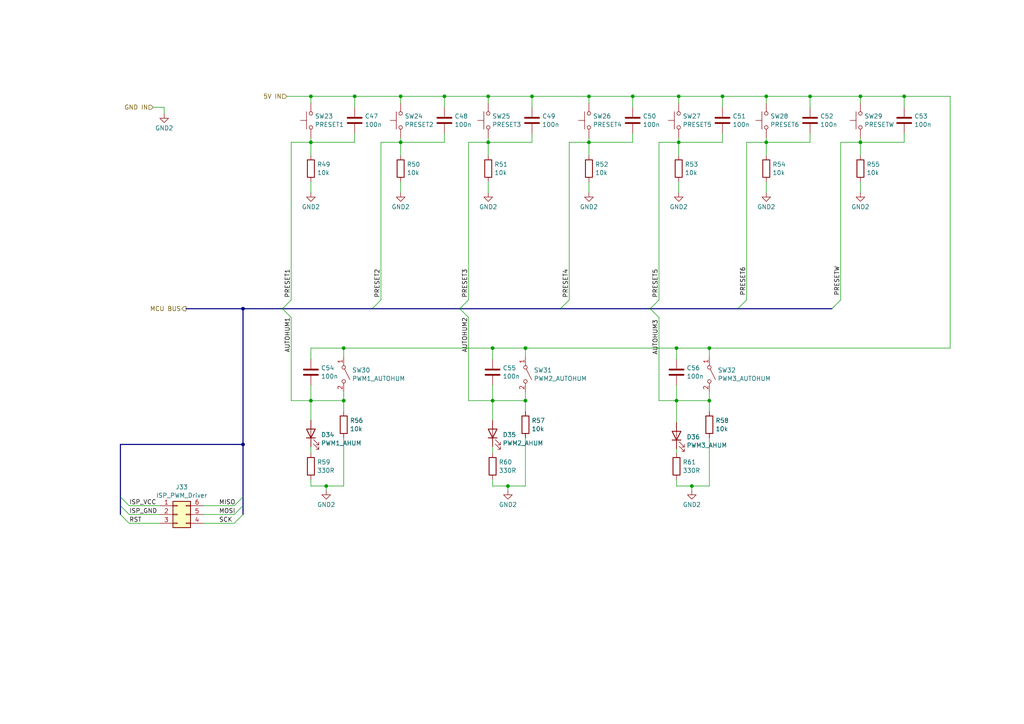
<source format=kicad_sch>
(kicad_sch (version 20230121) (generator eeschema)
  (paper "A4")
  (title_block (title "Astrobox") (date "2024-04-13") (rev "2"))
  (lib_symbols
    (symbol "Connector_Generic:Conn_02x03_Counter_Clockwise" (pin_names (offset 1.016) hide)
      (property "Reference" "J" (at 1.27 5.08 0))
      (property "Value" "Conn_02x03_Counter_Clockwise" (at 1.27 -5.08 0))
      (symbol "Conn_02x03_Counter_Clockwise_1_1"
        (rectangle (start -1.27 -2.413) (end 0 -2.667) (stroke (width 0.1524)))
        (rectangle (start -1.27 0.127) (end 0 -0.127) (stroke (width 0.1524)))
        (rectangle (start -1.27 2.667) (end 0 2.413) (stroke (width 0.1524)))
        (rectangle (start -1.27 3.81) (end 3.81 -3.81) (stroke (width 0.254)) (fill (type background)))
        (rectangle (start 3.81 -2.413) (end 2.54 -2.667) (stroke (width 0.1524)))
        (rectangle (start 3.81 0.127) (end 2.54 -0.127) (stroke (width 0.1524)))
        (rectangle (start 3.81 2.667) (end 2.54 2.413) (stroke (width 0.1524)))
        (pin passive line (at -5.08 2.54 0) (length 3.81) (name "Pin_1") (number "1"))
        (pin passive line (at -5.08 0 0) (length 3.81) (name "Pin_2") (number "2"))
        (pin passive line (at -5.08 -2.54 0) (length 3.81) (name "Pin_3") (number "3"))
        (pin passive line (at 7.62 -2.54 180) (length 3.81) (name "Pin_4") (number "4"))
        (pin passive line (at 7.62 0 180) (length 3.81) (name "Pin_5") (number "5"))
        (pin passive line (at 7.62 2.54 180) (length 3.81) (name "Pin_6") (number "6"))
      )
    )
    (symbol "Device:C" (pin_numbers hide) (pin_names (offset 0.254))
      (property "Reference" "C" (at 0.635 2.54 0))
      (property "Value" "C" (at 0.635 -2.54 0))
      (symbol "C_0_1"
        (polyline (pts (xy -2.032 -0.762) (xy 2.032 -0.762)) (stroke (width 0.508)))
        (polyline (pts (xy -2.032 0.762) (xy 2.032 0.762)) (stroke (width 0.508)))
      )
      (symbol "C_1_1"
        (pin passive line (at 0 3.81 270) (length 2.794) (name "~") (number "1"))
        (pin passive line (at 0 -3.81 90) (length 2.794) (name "~") (number "2"))
      )
    )
    (symbol "Device:LED" (pin_numbers hide) (pin_names (offset 1.016) hide)
      (property "Reference" "D" (at 0 2.54 0))
      (property "Value" "LED" (at 0 -2.54 0))
      (symbol "LED_0_1"
        (polyline (pts (xy -1.27 -1.27) (xy -1.27 1.27)) (stroke (width 0.254)))
        (polyline (pts (xy -1.27 0) (xy 1.27 0)))
        (polyline (pts (xy 1.27 -1.27) (xy 1.27 1.27) (xy -1.27 0) (xy 1.27 -1.27)) (stroke (width 0.254)))
        (polyline (pts (xy -3.048 -0.762) (xy -4.572 -2.286) (xy -3.81 -2.286) (xy -4.572 -2.286) (xy -4.572 -1.524)))
        (polyline (pts (xy -1.778 -0.762) (xy -3.302 -2.286) (xy -2.54 -2.286) (xy -3.302 -2.286) (xy -3.302 -1.524)))
      )
      (symbol "LED_1_1"
        (pin passive line (at -3.81 0 0) (length 2.54) (name "K") (number "1"))
        (pin passive line (at 3.81 0 180) (length 2.54) (name "A") (number "2"))
      )
    )
    (symbol "Device:R" (pin_numbers hide) (pin_names (offset 0))
      (property "Reference" "R" (at 2.032 0 90))
      (property "Value" "R" (at 0 0 90))
      (symbol "R_0_1"
        (rectangle (start -1.016 -2.54) (end 1.016 2.54) (stroke (width 0.254)))
      )
      (symbol "R_1_1"
        (pin passive line (at 0 3.81 270) (length 1.27) (name "~") (number "1"))
        (pin passive line (at 0 -3.81 90) (length 1.27) (name "~") (number "2"))
      )
    )
    (symbol "Switch:SW_Push" (pin_numbers hide) (pin_names (offset 1.016) hide)
      (property "Reference" "SW" (at 1.27 2.54 0))
      (property "Value" "SW_Push" (at 0 -1.524 0))
      (symbol "SW_Push_0_1"
        (circle (center -2.032 0) (radius 0.508))
        (polyline (pts (xy 0 1.27) (xy 0 3.048)))
        (polyline (pts (xy 2.54 1.27) (xy -2.54 1.27)))
        (circle (center 2.032 0) (radius 0.508))
        (pin passive line (at -5.08 0 0) (length 2.54) (name "1") (number "1"))
        (pin passive line (at 5.08 0 180) (length 2.54) (name "2") (number "2"))
      )
    )
    (symbol "Switch:SW_SPST" (pin_names (offset 0) hide)
      (property "Reference" "SW" (at 0 3.175 0))
      (property "Value" "SW_SPST" (at 0 -2.54 0))
      (symbol "SW_SPST_0_0"
        (circle (center -2.032 0) (radius 0.508))
        (polyline (pts (xy -1.524 0.254) (xy 1.524 1.778)))
        (circle (center 2.032 0) (radius 0.508))
      )
      (symbol "SW_SPST_1_1"
        (pin passive line (at -5.08 0 0) (length 2.54) (name "A") (number "1"))
        (pin passive line (at 5.08 0 180) (length 2.54) (name "B") (number "2"))
      )
    )
    (symbol "power:GND2" (power) (pin_names (offset 0))
      (property "Value" "GND2" (at 0 -3.81 0))
      (symbol "GND2_0_1"
        (polyline (pts (xy 0 0) (xy 0 -1.27) (xy 1.27 -1.27) (xy 0 -2.54) (xy -1.27 -1.27) (xy 0 -1.27)))
      )
      (symbol "GND2_1_1"
        (pin power_in line (at 0 0 270) (length 0) hide (name "GND2") (number "1"))
      )
    )
  )
  (junction (at 94.615 140.97))
  (junction (at 116.205 41.275))
  (junction (at 142.875 116.205))
  (junction (at 70.485 89.535))
  (junction (at 196.215 100.965))
  (junction (at 200.66 140.97))
  (junction (at 128.905 27.94))
  (junction (at 90.17 116.205))
  (junction (at 90.17 41.275))
  (junction (at 142.875 100.965))
  (junction (at 170.815 27.94))
  (junction (at 249.555 41.275))
  (junction (at 196.215 116.205))
  (junction (at 141.605 27.94))
  (junction (at 222.25 41.275))
  (junction (at 116.205 27.94))
  (junction (at 90.17 27.94))
  (junction (at 262.255 27.94))
  (junction (at 205.74 100.965))
  (junction (at 147.32 140.97))
  (junction (at 152.4 116.205))
  (junction (at 99.695 100.965))
  (junction (at 141.605 41.275))
  (junction (at 234.95 27.94))
  (junction (at 102.87 27.94))
  (junction (at 222.25 27.94))
  (junction (at 196.85 27.94))
  (junction (at 183.515 27.94))
  (junction (at 154.305 27.94))
  (junction (at 205.74 116.205))
  (junction (at 99.695 116.205))
  (junction (at 170.815 41.275))
  (junction (at 249.555 27.94))
  (junction (at 196.85 41.275))
  (junction (at 152.4 100.965))
  (junction (at 209.55 27.94))
  (junction (at 70.485 128.905))
  (bus_entry (at 213.995 89.535) (size 2.54 -2.54))
  (bus_entry (at 241.3 89.535) (size 2.54 -2.54))
  (bus_entry (at 188.595 89.535) (size 2.54 -2.54))
  (bus_entry (at 70.485 146.685) (size -2.54 2.54))
  (bus_entry (at 70.485 149.225) (size -2.54 2.54))
  (bus_entry (at 70.485 144.145) (size -2.54 2.54))
  (bus_entry (at 162.56 89.535) (size 2.54 -2.54))
  (bus_entry (at 81.915 89.535) (size 2.54 -2.54))
  (bus_entry (at 133.35 89.535) (size 2.54 -2.54))
  (bus_entry (at 191.135 92.075) (size -2.54 -2.54))
  (bus_entry (at 135.89 92.075) (size -2.54 -2.54))
  (bus_entry (at 34.925 144.145) (size 2.54 2.54))
  (bus_entry (at 107.95 89.535) (size 2.54 -2.54))
  (bus_entry (at 84.455 92.075) (size -2.54 -2.54))
  (bus_entry (at 34.925 149.225) (size 2.54 2.54))
  (bus_entry (at 34.925 146.685) (size 2.54 2.54))
  (wire (pts (xy 135.89 41.275) (xy 135.89 86.995)))
  (wire (pts (xy 90.17 140.97) (xy 90.17 139.065)))
  (wire (pts (xy 234.95 27.94) (xy 234.95 31.115)))
  (bus (pts (xy 34.925 128.905) (xy 70.485 128.905)))
  (wire (pts (xy 205.74 116.205) (xy 205.74 119.38)))
  (wire (pts (xy 99.695 100.965) (xy 142.875 100.965)))
  (wire (pts (xy 196.215 116.205) (xy 196.215 111.76)))
  (wire (pts (xy 170.815 41.275) (xy 183.515 41.275)))
  (bus (pts (xy 70.485 146.685) (xy 70.485 149.225)))
  (wire (pts (xy 196.215 130.175) (xy 196.215 131.445)))
  (wire (pts (xy 170.815 41.275) (xy 170.815 45.085)))
  (wire (pts (xy 46.355 146.685) (xy 37.465 146.685)))
  (wire (pts (xy 116.205 41.275) (xy 116.205 45.085)))
  (wire (pts (xy 90.17 100.965) (xy 90.17 104.14)))
  (bus (pts (xy 81.915 89.535) (xy 107.95 89.535)))
  (wire (pts (xy 196.215 116.205) (xy 196.215 122.555)))
  (wire (pts (xy 147.32 142.24) (xy 147.32 140.97)))
  (wire (pts (xy 116.205 29.845) (xy 116.205 27.94)))
  (wire (pts (xy 262.255 27.94) (xy 262.255 31.115)))
  (bus (pts (xy 107.95 89.535) (xy 133.35 89.535)))
  (wire (pts (xy 222.25 27.94) (xy 234.95 27.94)))
  (wire (pts (xy 183.515 27.94) (xy 196.85 27.94)))
  (wire (pts (xy 154.305 27.94) (xy 170.815 27.94)))
  (wire (pts (xy 152.4 116.205) (xy 152.4 119.38)))
  (wire (pts (xy 59.055 151.765) (xy 67.945 151.765)))
  (wire (pts (xy 141.605 29.845) (xy 141.605 27.94)))
  (wire (pts (xy 249.555 41.275) (xy 262.255 41.275)))
  (wire (pts (xy 249.555 52.705) (xy 249.555 55.88)))
  (wire (pts (xy 170.815 29.845) (xy 170.815 27.94)))
  (wire (pts (xy 205.74 127) (xy 205.74 140.97)))
  (wire (pts (xy 99.695 100.965) (xy 90.17 100.965)))
  (bus (pts (xy 70.485 128.905) (xy 70.485 144.145)))
  (wire (pts (xy 102.87 41.275) (xy 102.87 38.735)))
  (wire (pts (xy 191.135 116.205) (xy 196.215 116.205)))
  (wire (pts (xy 249.555 27.94) (xy 262.255 27.94)))
  (wire (pts (xy 152.4 100.965) (xy 142.875 100.965)))
  (wire (pts (xy 222.25 41.275) (xy 234.95 41.275)))
  (wire (pts (xy 209.55 41.275) (xy 209.55 38.735)))
  (bus (pts (xy 133.35 89.535) (xy 162.56 89.535)))
  (wire (pts (xy 196.85 27.94) (xy 209.55 27.94)))
  (wire (pts (xy 135.89 92.075) (xy 135.89 116.205)))
  (wire (pts (xy 196.85 41.275) (xy 196.85 45.085)))
  (wire (pts (xy 216.535 41.275) (xy 216.535 86.995)))
  (wire (pts (xy 154.305 41.275) (xy 154.305 38.735)))
  (wire (pts (xy 44.45 31.115) (xy 47.625 31.115)))
  (wire (pts (xy 90.17 116.205) (xy 90.17 121.92)))
  (wire (pts (xy 110.49 41.275) (xy 110.49 86.995)))
  (wire (pts (xy 170.815 41.275) (xy 165.1 41.275)))
  (wire (pts (xy 142.875 129.54) (xy 142.875 131.445)))
  (wire (pts (xy 262.255 41.275) (xy 262.255 38.735)))
  (wire (pts (xy 147.32 140.97) (xy 152.4 140.97)))
  (wire (pts (xy 84.455 92.075) (xy 84.455 116.205)))
  (wire (pts (xy 249.555 41.275) (xy 243.84 41.275)))
  (wire (pts (xy 205.74 113.665) (xy 205.74 116.205)))
  (wire (pts (xy 141.605 41.275) (xy 141.605 45.085)))
  (wire (pts (xy 196.85 41.275) (xy 191.135 41.275)))
  (wire (pts (xy 99.695 116.205) (xy 90.17 116.205)))
  (wire (pts (xy 243.84 41.275) (xy 243.84 86.995)))
  (wire (pts (xy 116.205 41.275) (xy 110.49 41.275)))
  (wire (pts (xy 116.205 52.705) (xy 116.205 55.88)))
  (wire (pts (xy 142.875 100.965) (xy 142.875 104.14)))
  (wire (pts (xy 209.55 27.94) (xy 209.55 31.115)))
  (wire (pts (xy 142.875 116.205) (xy 142.875 111.76)))
  (bus (pts (xy 70.485 144.145) (xy 70.485 146.685)))
  (wire (pts (xy 99.695 127) (xy 99.695 140.97)))
  (wire (pts (xy 249.555 41.275) (xy 249.555 45.085)))
  (wire (pts (xy 90.17 40.005) (xy 90.17 41.275)))
  (wire (pts (xy 102.87 27.94) (xy 102.87 31.115)))
  (wire (pts (xy 99.695 116.205) (xy 99.695 119.38)))
  (wire (pts (xy 128.905 27.94) (xy 128.905 31.115)))
  (wire (pts (xy 234.95 41.275) (xy 234.95 38.735)))
  (wire (pts (xy 90.17 41.275) (xy 84.455 41.275)))
  (wire (pts (xy 200.66 142.24) (xy 200.66 140.97)))
  (wire (pts (xy 154.305 27.94) (xy 154.305 31.115)))
  (wire (pts (xy 170.815 27.94) (xy 183.515 27.94)))
  (wire (pts (xy 196.215 140.97) (xy 196.215 139.065)))
  (wire (pts (xy 152.4 100.965) (xy 196.215 100.965)))
  (wire (pts (xy 142.875 140.97) (xy 142.875 139.065)))
  (wire (pts (xy 59.055 149.225) (xy 67.945 149.225)))
  (wire (pts (xy 46.355 149.225) (xy 37.465 149.225)))
  (wire (pts (xy 222.25 29.845) (xy 222.25 27.94)))
  (wire (pts (xy 249.555 40.005) (xy 249.555 41.275)))
  (wire (pts (xy 90.17 41.275) (xy 90.17 45.085)))
  (wire (pts (xy 196.85 40.005) (xy 196.85 41.275)))
  (wire (pts (xy 90.17 52.705) (xy 90.17 55.88)))
  (wire (pts (xy 84.455 116.205) (xy 90.17 116.205)))
  (wire (pts (xy 196.85 29.845) (xy 196.85 27.94)))
  (wire (pts (xy 94.615 140.97) (xy 99.695 140.97)))
  (wire (pts (xy 196.85 52.705) (xy 196.85 55.88)))
  (wire (pts (xy 191.135 41.275) (xy 191.135 86.995)))
  (wire (pts (xy 90.17 129.54) (xy 90.17 131.445)))
  (bus (pts (xy 70.485 89.535) (xy 81.915 89.535)))
  (wire (pts (xy 141.605 52.705) (xy 141.605 55.88)))
  (wire (pts (xy 183.515 27.94) (xy 183.515 31.115)))
  (wire (pts (xy 90.17 29.845) (xy 90.17 27.94)))
  (wire (pts (xy 205.74 100.965) (xy 275.59 100.965)))
  (wire (pts (xy 141.605 40.005) (xy 141.605 41.275)))
  (wire (pts (xy 94.615 140.97) (xy 90.17 140.97)))
  (wire (pts (xy 142.875 116.205) (xy 142.875 121.92)))
  (bus (pts (xy 34.925 144.145) (xy 34.925 128.905)))
  (wire (pts (xy 152.4 116.205) (xy 142.875 116.205)))
  (wire (pts (xy 165.1 41.275) (xy 165.1 86.995)))
  (wire (pts (xy 90.17 41.275) (xy 102.87 41.275)))
  (wire (pts (xy 170.815 40.005) (xy 170.815 41.275)))
  (wire (pts (xy 196.215 100.965) (xy 196.215 104.14)))
  (wire (pts (xy 128.905 41.275) (xy 128.905 38.735)))
  (wire (pts (xy 222.25 40.005) (xy 222.25 41.275)))
  (wire (pts (xy 191.135 92.075) (xy 191.135 116.205)))
  (wire (pts (xy 205.74 103.505) (xy 205.74 100.965)))
  (wire (pts (xy 222.25 52.705) (xy 222.25 55.88)))
  (wire (pts (xy 116.205 27.94) (xy 128.905 27.94)))
  (wire (pts (xy 90.17 116.205) (xy 90.17 111.76)))
  (wire (pts (xy 205.74 100.965) (xy 196.215 100.965)))
  (wire (pts (xy 84.455 41.275) (xy 84.455 86.995)))
  (wire (pts (xy 99.695 113.665) (xy 99.695 116.205)))
  (wire (pts (xy 200.66 140.97) (xy 205.74 140.97)))
  (wire (pts (xy 135.89 116.205) (xy 142.875 116.205)))
  (wire (pts (xy 275.59 100.965) (xy 275.59 27.94)))
  (wire (pts (xy 128.905 27.94) (xy 141.605 27.94)))
  (wire (pts (xy 141.605 41.275) (xy 154.305 41.275)))
  (wire (pts (xy 249.555 29.845) (xy 249.555 27.94)))
  (bus (pts (xy 162.56 89.535) (xy 188.595 89.535)))
  (wire (pts (xy 116.205 40.005) (xy 116.205 41.275)))
  (wire (pts (xy 209.55 27.94) (xy 222.25 27.94)))
  (wire (pts (xy 222.25 41.275) (xy 222.25 45.085)))
  (bus (pts (xy 70.485 89.535) (xy 70.485 128.905)))
  (bus (pts (xy 53.975 89.535) (xy 70.485 89.535)))
  (wire (pts (xy 170.815 52.705) (xy 170.815 55.88)))
  (wire (pts (xy 141.605 27.94) (xy 154.305 27.94)))
  (bus (pts (xy 34.925 149.225) (xy 34.925 146.685)))
  (wire (pts (xy 234.95 27.94) (xy 249.555 27.94)))
  (bus (pts (xy 213.995 89.535) (xy 241.3 89.535)))
  (wire (pts (xy 83.185 27.94) (xy 90.17 27.94)))
  (wire (pts (xy 183.515 41.275) (xy 183.515 38.735)))
  (wire (pts (xy 116.205 41.275) (xy 128.905 41.275)))
  (wire (pts (xy 205.74 116.205) (xy 196.215 116.205)))
  (wire (pts (xy 99.695 103.505) (xy 99.695 100.965)))
  (wire (pts (xy 59.055 146.685) (xy 67.945 146.685)))
  (wire (pts (xy 152.4 113.665) (xy 152.4 116.205)))
  (wire (pts (xy 147.32 140.97) (xy 142.875 140.97)))
  (wire (pts (xy 90.17 27.94) (xy 102.87 27.94)))
  (wire (pts (xy 196.85 41.275) (xy 209.55 41.275)))
  (wire (pts (xy 200.66 140.97) (xy 196.215 140.97)))
  (wire (pts (xy 141.605 41.275) (xy 135.89 41.275)))
  (wire (pts (xy 46.355 151.765) (xy 37.465 151.765)))
  (bus (pts (xy 34.925 146.685) (xy 34.925 144.145)))
  (wire (pts (xy 152.4 127) (xy 152.4 140.97)))
  (wire (pts (xy 94.615 142.24) (xy 94.615 140.97)))
  (wire (pts (xy 152.4 103.505) (xy 152.4 100.965)))
  (wire (pts (xy 47.625 31.115) (xy 47.625 33.02)))
  (wire (pts (xy 275.59 27.94) (xy 262.255 27.94)))
  (bus (pts (xy 188.595 89.535) (xy 213.995 89.535)))
  (wire (pts (xy 102.87 27.94) (xy 116.205 27.94)))
  (wire (pts (xy 222.25 41.275) (xy 216.535 41.275)))
  (label "AUTOHUM2" (at 135.89 102.235 90))
  (label "PRESET3" (at 135.89 86.36 90))
  (label "PRESET1" (at 84.455 86.36 90))
  (label "MOSI" (at 63.5 149.225 0))
  (label "SCK" (at 63.5 151.765 0))
  (label "ISP_GND" (at 37.465 149.225 0))
  (label "PRESET5" (at 191.135 86.36 90))
  (label "AUTOHUM1" (at 84.455 102.235 90))
  (label "RST" (at 37.465 151.765 0))
  (label "PRESET4" (at 165.1 86.36 90))
  (label "ISP_VCC" (at 37.465 146.685 0))
  (label "AUTOHUM3" (at 191.135 102.87 90))
  (label "MISO" (at 63.5 146.685 0))
  (label "PRESET2" (at 110.49 86.36 90))
  (label "PRESETW" (at 243.84 85.725 90))
  (label "PRESET6" (at 216.535 85.725 90))
  (hierarchical_label "GND IN" (shape input) (at 44.45 31.115 180))
  (hierarchical_label "MCU BUS" (shape output) (at 53.975 89.535 180))
  (hierarchical_label "5V IN" (shape input) (at 83.185 27.94 180))
  (symbol (lib_id "Device:C") (at 142.875 107.95 0) (unit 1)
    (property "Reference" "C55" (at 145.796 106.7379 0) (effects (justify left)))
    (property "Value" "100n" (at 145.796 109.1621 0) (effects (justify left)))
    (property "Footprint" "Capacitor_THT:C_Disc_D5.0mm_W2.5mm_P2.50mm" (effects hide))
  )
  (symbol (lib_id "Device:R") (at 196.85 48.895 0) (unit 1)
    (property "Reference" "R53" (at 198.628 47.6829 0) (effects (justify left)))
    (property "Value" "10k" (at 198.628 50.1071 0) (effects (justify left)))
    (property "Footprint" "Resistor_THT:R_Axial_DIN0309_L9.0mm_D3.2mm_P12.70mm_Horizontal" (effects hide))
  )
  (symbol (lib_id "power:GND2") (at 196.85 55.88 0) (unit 1)
    (property "Reference" "#PWR066" (effects hide))
    (property "Value" "GND2" (at 196.85 60.0131 0))
  )
  (symbol (lib_id "Device:R") (at 152.4 123.19 0) (unit 1)
    (property "Reference" "R57" (at 154.178 121.9779 0) (effects (justify left)))
    (property "Value" "10k" (at 154.178 124.4021 0) (effects (justify left)))
    (property "Footprint" "Resistor_THT:R_Axial_DIN0309_L9.0mm_D3.2mm_P12.70mm_Horizontal" (effects hide))
  )
  (symbol (lib_id "Device:R") (at 249.555 48.895 0) (unit 1)
    (property "Reference" "R55" (at 251.333 47.6829 0) (effects (justify left)))
    (property "Value" "10k" (at 251.333 50.1071 0) (effects (justify left)))
    (property "Footprint" "Resistor_THT:R_Axial_DIN0309_L9.0mm_D3.2mm_P12.70mm_Horizontal" (effects hide))
  )
  (symbol (lib_id "Device:R") (at 90.17 135.255 180) (unit 1)
    (property "Reference" "R59" (at 91.948 134.0429 0) (effects (justify right)))
    (property "Value" "330R" (at 91.948 136.4671 0) (effects (justify right)))
    (property "Footprint" "Resistor_THT:R_Axial_DIN0309_L9.0mm_D3.2mm_P12.70mm_Horizontal" (effects hide))
  )
  (symbol (lib_id "Device:C") (at 102.87 34.925 0) (unit 1)
    (property "Reference" "C47" (at 105.791 33.7129 0) (effects (justify left)))
    (property "Value" "100n" (at 105.791 36.1371 0) (effects (justify left)))
    (property "Footprint" "Capacitor_THT:C_Disc_D5.0mm_W2.5mm_P2.50mm" (effects hide))
  )
  (symbol (lib_id "Device:LED") (at 196.215 126.365 90) (unit 1)
    (property "Reference" "D36" (at 199.136 126.7404 90) (effects (justify right)))
    (property "Value" "PWM3_AHUM" (at 199.136 129.1646 90) (effects (justify right)))
    (property "Footprint" "LED_THT:LED_D5.0mm" (effects hide))
  )
  (symbol (lib_id "power:GND2") (at 222.25 55.88 0) (unit 1)
    (property "Reference" "#PWR067" (effects hide))
    (property "Value" "GND2" (at 222.25 60.0131 0))
  )
  (symbol (lib_id "Switch:SW_SPST") (at 99.695 108.585 270) (unit 1)
    (property "Reference" "SW30" (at 102.108 107.3729 90) (effects (justify left)))
    (property "Value" "PWM1_AUTOHUM" (at 102.108 109.7971 90) (effects (justify left)))
    (property "Footprint" "Connector_PinHeader_2.54mm:PinHeader_1x02_P2.54mm_Vertical" (effects hide))
  )
  (symbol (lib_id "Device:C") (at 128.905 34.925 0) (unit 1)
    (property "Reference" "C48" (at 131.826 33.7129 0) (effects (justify left)))
    (property "Value" "100n" (at 131.826 36.1371 0) (effects (justify left)))
    (property "Footprint" "Capacitor_THT:C_Disc_D5.0mm_W2.5mm_P2.50mm" (effects hide))
  )
  (symbol (lib_id "Connector_Generic:Conn_02x03_Counter_Clockwise") (at 51.435 149.225 0) (unit 1)
    (property "Reference" "J33" (at 52.705 141.2707 0))
    (property "Value" "ISP_PWM_Driver" (at 52.705 143.6949 0))
    (property "Footprint" "Connector_PinHeader_2.54mm:PinHeader_2x03_P2.54mm_Vertical" (effects hide))
  )
  (symbol (lib_id "Device:R") (at 142.875 135.255 180) (unit 1)
    (property "Reference" "R60" (at 144.653 134.0429 0) (effects (justify right)))
    (property "Value" "330R" (at 144.653 136.4671 0) (effects (justify right)))
    (property "Footprint" "Resistor_THT:R_Axial_DIN0309_L9.0mm_D3.2mm_P12.70mm_Horizontal" (effects hide))
  )
  (symbol (lib_id "power:GND2") (at 94.615 142.24 0) (unit 1)
    (property "Reference" "#PWR069" (effects hide))
    (property "Value" "GND2" (at 94.615 146.3731 0))
  )
  (symbol (lib_id "Switch:SW_SPST") (at 152.4 108.585 270) (unit 1)
    (property "Reference" "SW31" (at 154.813 107.3729 90) (effects (justify left)))
    (property "Value" "PWM2_AUTOHUM" (at 154.813 109.7971 90) (effects (justify left)))
    (property "Footprint" "Connector_PinHeader_2.54mm:PinHeader_1x02_P2.54mm_Vertical" (effects hide))
  )
  (symbol (lib_id "Switch:SW_Push") (at 222.25 34.925 90) (unit 1)
    (property "Reference" "SW28" (at 223.393 33.7129 90) (effects (justify right)))
    (property "Value" "PRESET6" (at 223.393 36.1371 90) (effects (justify right)))
    (property "Footprint" "Connector_PinHeader_2.54mm:PinHeader_1x02_P2.54mm_Vertical" (effects hide))
  )
  (symbol (lib_id "Device:C") (at 262.255 34.925 0) (unit 1)
    (property "Reference" "C53" (at 265.176 33.7129 0) (effects (justify left)))
    (property "Value" "100n" (at 265.176 36.1371 0) (effects (justify left)))
    (property "Footprint" "Capacitor_THT:C_Disc_D5.0mm_W2.5mm_P2.50mm" (effects hide))
  )
  (symbol (lib_id "power:GND2") (at 141.605 55.88 0) (unit 1)
    (property "Reference" "#PWR064" (effects hide))
    (property "Value" "GND2" (at 141.605 60.0131 0))
  )
  (symbol (lib_id "Switch:SW_Push") (at 116.205 34.925 90) (unit 1)
    (property "Reference" "SW24" (at 117.348 33.7129 90) (effects (justify right)))
    (property "Value" "PRESET2" (at 117.348 36.1371 90) (effects (justify right)))
    (property "Footprint" "Connector_PinHeader_2.54mm:PinHeader_1x02_P2.54mm_Vertical" (effects hide))
  )
  (symbol (lib_id "power:GND2") (at 200.66 142.24 0) (unit 1)
    (property "Reference" "#PWR071" (effects hide))
    (property "Value" "GND2" (at 200.66 146.3731 0))
  )
  (symbol (lib_id "Switch:SW_Push") (at 170.815 34.925 90) (unit 1)
    (property "Reference" "SW26" (at 171.958 33.7129 90) (effects (justify right)))
    (property "Value" "PRESET4" (at 171.958 36.1371 90) (effects (justify right)))
    (property "Footprint" "Connector_PinHeader_2.54mm:PinHeader_1x02_P2.54mm_Vertical" (effects hide))
  )
  (symbol (lib_id "Device:R") (at 170.815 48.895 0) (unit 1)
    (property "Reference" "R52" (at 172.593 47.6829 0) (effects (justify left)))
    (property "Value" "10k" (at 172.593 50.1071 0) (effects (justify left)))
    (property "Footprint" "Resistor_THT:R_Axial_DIN0309_L9.0mm_D3.2mm_P12.70mm_Horizontal" (effects hide))
  )
  (symbol (lib_id "Device:C") (at 196.215 107.95 0) (unit 1)
    (property "Reference" "C56" (at 199.136 106.7379 0) (effects (justify left)))
    (property "Value" "100n" (at 199.136 109.1621 0) (effects (justify left)))
    (property "Footprint" "Capacitor_THT:C_Disc_D5.0mm_W2.5mm_P2.50mm" (effects hide))
  )
  (symbol (lib_id "Device:C") (at 154.305 34.925 0) (unit 1)
    (property "Reference" "C49" (at 157.226 33.7129 0) (effects (justify left)))
    (property "Value" "100n" (at 157.226 36.1371 0) (effects (justify left)))
    (property "Footprint" "Capacitor_THT:C_Disc_D5.0mm_W2.5mm_P2.50mm" (effects hide))
  )
  (symbol (lib_id "Device:C") (at 90.17 107.95 0) (unit 1)
    (property "Reference" "C54" (at 93.091 106.7379 0) (effects (justify left)))
    (property "Value" "100n" (at 93.091 109.1621 0) (effects (justify left)))
    (property "Footprint" "Capacitor_THT:C_Disc_D5.0mm_W2.5mm_P2.50mm" (effects hide))
  )
  (symbol (lib_id "Device:R") (at 196.215 135.255 180) (unit 1)
    (property "Reference" "R61" (at 197.993 134.0429 0) (effects (justify right)))
    (property "Value" "330R" (at 197.993 136.4671 0) (effects (justify right)))
    (property "Footprint" "Resistor_THT:R_Axial_DIN0309_L9.0mm_D3.2mm_P12.70mm_Horizontal" (effects hide))
  )
  (symbol (lib_id "power:GND2") (at 47.625 33.02 0) (unit 1)
    (property "Reference" "#PWR061" (effects hide))
    (property "Value" "GND2" (at 47.625 37.1531 0))
  )
  (symbol (lib_id "power:GND2") (at 147.32 142.24 0) (unit 1)
    (property "Reference" "#PWR070" (effects hide))
    (property "Value" "GND2" (at 147.32 146.3731 0))
  )
  (symbol (lib_id "Device:R") (at 222.25 48.895 0) (unit 1)
    (property "Reference" "R54" (at 224.028 47.6829 0) (effects (justify left)))
    (property "Value" "10k" (at 224.028 50.1071 0) (effects (justify left)))
    (property "Footprint" "Resistor_THT:R_Axial_DIN0309_L9.0mm_D3.2mm_P12.70mm_Horizontal" (effects hide))
  )
  (symbol (lib_id "Device:R") (at 90.17 48.895 0) (unit 1)
    (property "Reference" "R49" (at 91.948 47.6829 0) (effects (justify left)))
    (property "Value" "10k" (at 91.948 50.1071 0) (effects (justify left)))
    (property "Footprint" "Resistor_THT:R_Axial_DIN0309_L9.0mm_D3.2mm_P12.70mm_Horizontal" (effects hide))
  )
  (symbol (lib_id "Device:R") (at 141.605 48.895 0) (unit 1)
    (property "Reference" "R51" (at 143.383 47.6829 0) (effects (justify left)))
    (property "Value" "10k" (at 143.383 50.1071 0) (effects (justify left)))
    (property "Footprint" "Resistor_THT:R_Axial_DIN0309_L9.0mm_D3.2mm_P12.70mm_Horizontal" (effects hide))
  )
  (symbol (lib_id "power:GND2") (at 249.555 55.88 0) (unit 1)
    (property "Reference" "#PWR068" (effects hide))
    (property "Value" "GND2" (at 249.555 60.0131 0))
  )
  (symbol (lib_id "Device:R") (at 116.205 48.895 0) (unit 1)
    (property "Reference" "R50" (at 117.983 47.6829 0) (effects (justify left)))
    (property "Value" "10k" (at 117.983 50.1071 0) (effects (justify left)))
    (property "Footprint" "Resistor_THT:R_Axial_DIN0309_L9.0mm_D3.2mm_P12.70mm_Horizontal" (effects hide))
  )
  (symbol (lib_id "Device:R") (at 99.695 123.19 0) (unit 1)
    (property "Reference" "R56" (at 101.473 121.9779 0) (effects (justify left)))
    (property "Value" "10k" (at 101.473 124.4021 0) (effects (justify left)))
    (property "Footprint" "Resistor_THT:R_Axial_DIN0309_L9.0mm_D3.2mm_P12.70mm_Horizontal" (effects hide))
  )
  (symbol (lib_id "Device:C") (at 183.515 34.925 0) (unit 1)
    (property "Reference" "C50" (at 186.436 33.7129 0) (effects (justify left)))
    (property "Value" "100n" (at 186.436 36.1371 0) (effects (justify left)))
    (property "Footprint" "Capacitor_THT:C_Disc_D5.0mm_W2.5mm_P2.50mm" (effects hide))
  )
  (symbol (lib_id "Device:R") (at 205.74 123.19 0) (unit 1)
    (property "Reference" "R58" (at 207.518 121.9779 0) (effects (justify left)))
    (property "Value" "10k" (at 207.518 124.4021 0) (effects (justify left)))
    (property "Footprint" "Resistor_THT:R_Axial_DIN0309_L9.0mm_D3.2mm_P12.70mm_Horizontal" (effects hide))
  )
  (symbol (lib_id "Device:C") (at 209.55 34.925 0) (unit 1)
    (property "Reference" "C51" (at 212.471 33.7129 0) (effects (justify left)))
    (property "Value" "100n" (at 212.471 36.1371 0) (effects (justify left)))
    (property "Footprint" "Capacitor_THT:C_Disc_D5.0mm_W2.5mm_P2.50mm" (effects hide))
  )
  (symbol (lib_id "Device:LED") (at 90.17 125.73 90) (unit 1)
    (property "Reference" "D34" (at 93.091 126.1054 90) (effects (justify right)))
    (property "Value" "PWM1_AHUM" (at 93.091 128.5296 90) (effects (justify right)))
    (property "Footprint" "LED_THT:LED_D5.0mm" (effects hide))
  )
  (symbol (lib_id "power:GND2") (at 170.815 55.88 0) (unit 1)
    (property "Reference" "#PWR065" (effects hide))
    (property "Value" "GND2" (at 170.815 60.0131 0))
  )
  (symbol (lib_id "Switch:SW_Push") (at 90.17 34.925 90) (unit 1)
    (property "Reference" "SW23" (at 91.313 33.7129 90) (effects (justify right)))
    (property "Value" "PRESET1" (at 91.313 36.1371 90) (effects (justify right)))
    (property "Footprint" "Connector_PinHeader_2.54mm:PinHeader_1x02_P2.54mm_Vertical" (effects hide))
  )
  (symbol (lib_id "Device:LED") (at 142.875 125.73 90) (unit 1)
    (property "Reference" "D35" (at 145.796 126.1054 90) (effects (justify right)))
    (property "Value" "PWM2_AHUM" (at 145.796 128.5296 90) (effects (justify right)))
    (property "Footprint" "LED_THT:LED_D5.0mm" (effects hide))
  )
  (symbol (lib_id "Switch:SW_Push") (at 196.85 34.925 90) (unit 1)
    (property "Reference" "SW27" (at 197.993 33.7129 90) (effects (justify right)))
    (property "Value" "PRESET5" (at 197.993 36.1371 90) (effects (justify right)))
    (property "Footprint" "Connector_PinHeader_2.54mm:PinHeader_1x02_P2.54mm_Vertical" (effects hide))
  )
  (symbol (lib_id "Device:C") (at 234.95 34.925 0) (unit 1)
    (property "Reference" "C52" (at 237.871 33.7129 0) (effects (justify left)))
    (property "Value" "100n" (at 237.871 36.1371 0) (effects (justify left)))
    (property "Footprint" "Capacitor_THT:C_Disc_D5.0mm_W2.5mm_P2.50mm" (effects hide))
  )
  (symbol (lib_id "power:GND2") (at 116.205 55.88 0) (unit 1)
    (property "Reference" "#PWR063" (effects hide))
    (property "Value" "GND2" (at 116.205 60.0131 0))
  )
  (symbol (lib_id "Switch:SW_Push") (at 141.605 34.925 90) (unit 1)
    (property "Reference" "SW25" (at 142.748 33.7129 90) (effects (justify right)))
    (property "Value" "PRESET3" (at 142.748 36.1371 90) (effects (justify right)))
    (property "Footprint" "Connector_PinHeader_2.54mm:PinHeader_1x02_P2.54mm_Vertical" (effects hide))
  )
  (symbol (lib_id "power:GND2") (at 90.17 55.88 0) (unit 1)
    (property "Reference" "#PWR062" (effects hide))
    (property "Value" "GND2" (at 90.17 60.0131 0))
  )
  (symbol (lib_id "Switch:SW_SPST") (at 205.74 108.585 270) (unit 1)
    (property "Reference" "SW32" (at 208.153 107.3729 90) (effects (justify left)))
    (property "Value" "PWM3_AUTOHUM" (at 208.153 109.7971 90) (effects (justify left)))
    (property "Footprint" "Connector_PinHeader_2.54mm:PinHeader_1x02_P2.54mm_Vertical" (effects hide))
  )
  (symbol (lib_id "Switch:SW_Push") (at 249.555 34.925 90) (unit 1)
    (property "Reference" "SW29" (at 250.698 33.7129 90) (effects (justify right)))
    (property "Value" "PRESETW" (at 250.698 36.1371 90) (effects (justify right)))
    (property "Footprint" "Connector_PinHeader_2.54mm:PinHeader_1x02_P2.54mm_Vertical" (effects hide))
  )
)
</source>
